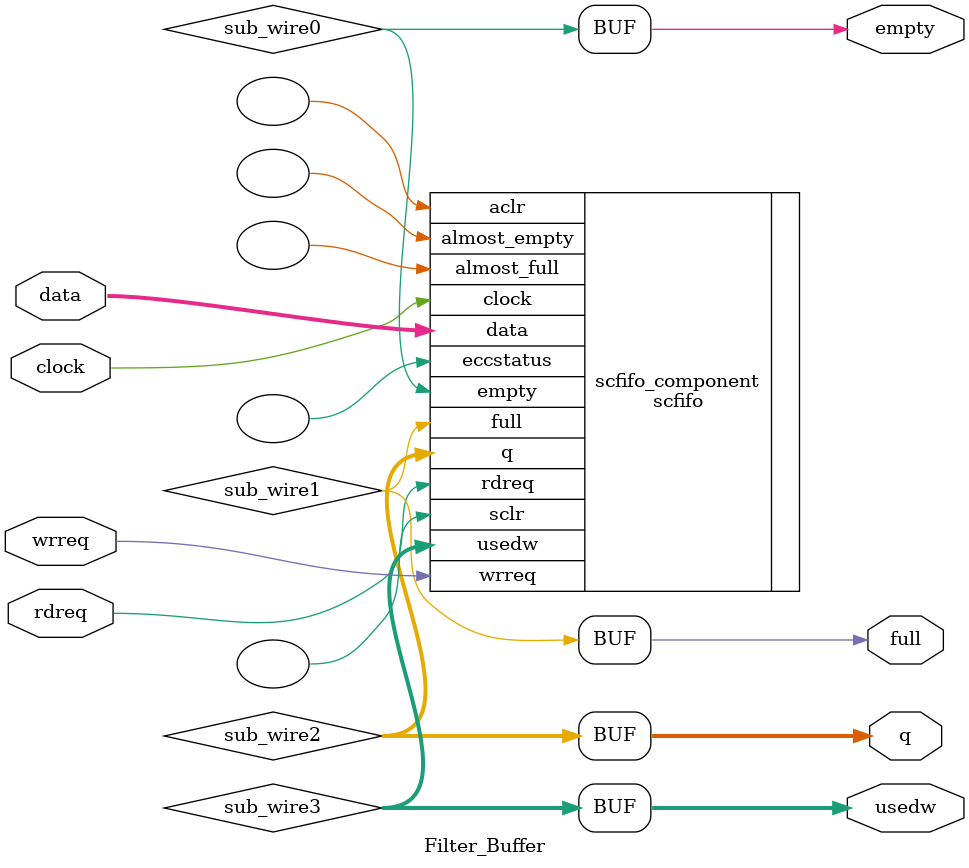
<source format=v>



// synopsys translate_off
`timescale 1 ps / 1 ps
// synopsys translate_on
module  Filter_Buffer
#(
	parameter DATA_WIDTH = 32,
	parameter FILTER_BUFFER_DEPTH = 32,
	parameter FILTER_BUFFER_ADDR_WIDTH = 5					// log(FILTER_BUFFER_DEPTH) / log 2
)
(
    clock,
    data,
    rdreq,
    wrreq,
    empty,
    full,
    q,
    usedw
);

    input    clock;
    input  [DATA_WIDTH-1:0]  data;
    input    rdreq;
    input    wrreq;
    output   empty;
    output   full;
    output [DATA_WIDTH-1:0]  q;
    output [FILTER_BUFFER_ADDR_WIDTH-1:0]  usedw;

    wire  sub_wire0;
    wire  sub_wire1;
    wire [DATA_WIDTH-1:0] sub_wire2;
    wire [FILTER_BUFFER_ADDR_WIDTH-1:0] sub_wire3;
    wire  empty = sub_wire0;
    wire  full = sub_wire1;
    wire [DATA_WIDTH-1:0] q = sub_wire2[DATA_WIDTH-1:0];
    wire [FILTER_BUFFER_ADDR_WIDTH-1:0] usedw = sub_wire3[FILTER_BUFFER_ADDR_WIDTH-1:0];

    scfifo  scfifo_component (
                .clock (clock),
                .data (data),
                .rdreq (rdreq),
                .wrreq (wrreq),
                .empty (sub_wire0),
                .full (sub_wire1),
                .q (sub_wire2),
                .usedw (sub_wire3),
                .aclr (),
                .almost_empty (),
                .almost_full (),
                .eccstatus (),
                .sclr ());
    defparam
        scfifo_component.add_ram_output_register  = "OFF",
        scfifo_component.enable_ecc  = "FALSE",
        scfifo_component.intended_device_family  = "Stratix 10",
        scfifo_component.lpm_numwords  = FILTER_BUFFER_DEPTH,
        scfifo_component.lpm_showahead  = "OFF",
        scfifo_component.lpm_type  = "scfifo",
        scfifo_component.lpm_width  = DATA_WIDTH,
        scfifo_component.lpm_widthu  = FILTER_BUFFER_ADDR_WIDTH,
        scfifo_component.overflow_checking  = "ON",
        scfifo_component.underflow_checking  = "ON",
        scfifo_component.use_eab  = "ON";


endmodule
</source>
